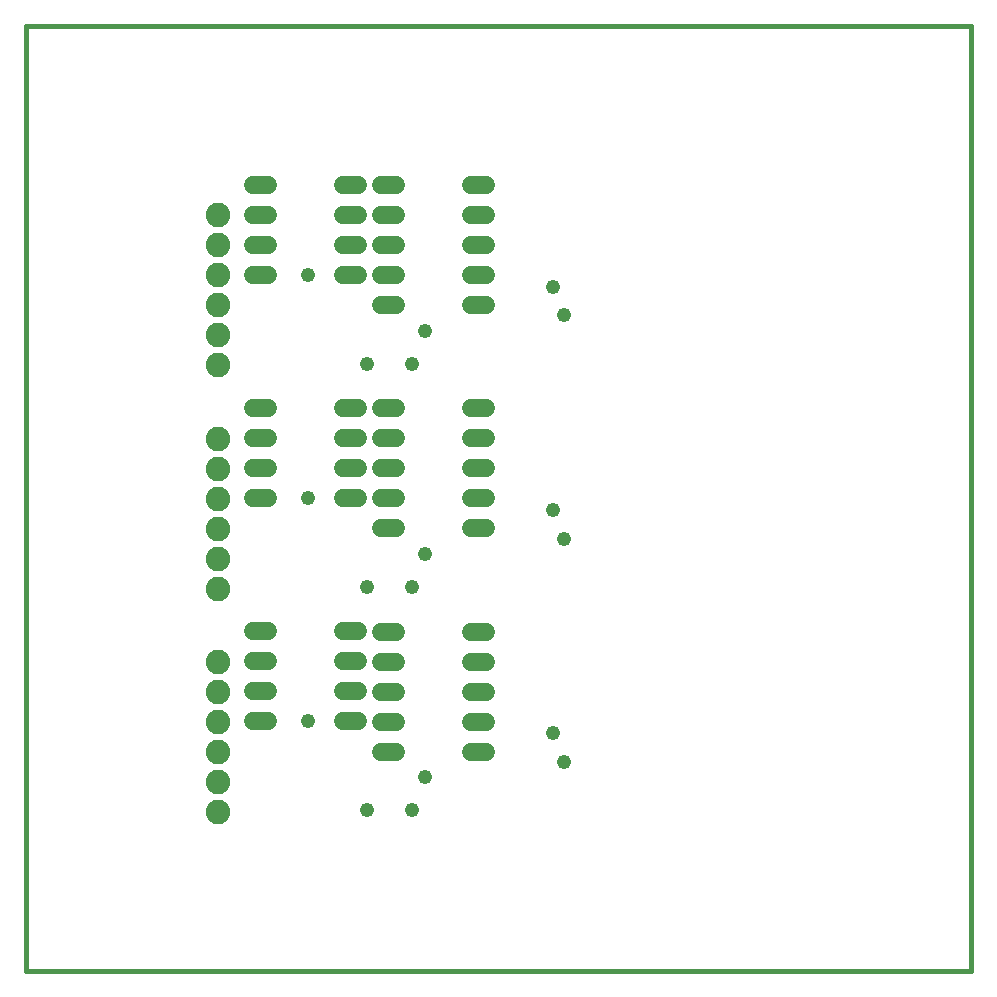
<source format=gbs>
G75*
%MOIN*%
%OFA0B0*%
%FSLAX25Y25*%
%IPPOS*%
%LPD*%
%AMOC8*
5,1,8,0,0,1.08239X$1,22.5*
%
%ADD10C,0.01600*%
%ADD11C,0.06000*%
%ADD12C,0.08200*%
%ADD13C,0.04762*%
D10*
X0023079Y0013236D02*
X0338039Y0013236D01*
X0338039Y0328197D01*
X0023079Y0328197D01*
X0023079Y0013236D01*
D11*
X0098589Y0096465D02*
X0103789Y0096465D01*
X0103789Y0106465D02*
X0098589Y0106465D01*
X0098589Y0116465D02*
X0103789Y0116465D01*
X0103789Y0126465D02*
X0098589Y0126465D01*
X0128589Y0126465D02*
X0133789Y0126465D01*
X0141227Y0126346D02*
X0146427Y0126346D01*
X0146427Y0116346D02*
X0141227Y0116346D01*
X0133789Y0116465D02*
X0128589Y0116465D01*
X0128589Y0106465D02*
X0133789Y0106465D01*
X0141227Y0106346D02*
X0146427Y0106346D01*
X0146427Y0096346D02*
X0141227Y0096346D01*
X0133789Y0096465D02*
X0128589Y0096465D01*
X0141227Y0086346D02*
X0146427Y0086346D01*
X0171227Y0086346D02*
X0176427Y0086346D01*
X0176427Y0096346D02*
X0171227Y0096346D01*
X0171227Y0106346D02*
X0176427Y0106346D01*
X0176427Y0116346D02*
X0171227Y0116346D01*
X0171227Y0126346D02*
X0176427Y0126346D01*
X0176427Y0160756D02*
X0171227Y0160756D01*
X0171227Y0170756D02*
X0176427Y0170756D01*
X0176427Y0180756D02*
X0171227Y0180756D01*
X0171227Y0190756D02*
X0176427Y0190756D01*
X0176427Y0200756D02*
X0171227Y0200756D01*
X0146427Y0200756D02*
X0141227Y0200756D01*
X0133789Y0200874D02*
X0128589Y0200874D01*
X0128589Y0190874D02*
X0133789Y0190874D01*
X0141227Y0190756D02*
X0146427Y0190756D01*
X0146427Y0180756D02*
X0141227Y0180756D01*
X0133789Y0180874D02*
X0128589Y0180874D01*
X0128589Y0170874D02*
X0133789Y0170874D01*
X0141227Y0170756D02*
X0146427Y0170756D01*
X0146427Y0160756D02*
X0141227Y0160756D01*
X0103789Y0170874D02*
X0098589Y0170874D01*
X0098589Y0180874D02*
X0103789Y0180874D01*
X0103789Y0190874D02*
X0098589Y0190874D01*
X0098589Y0200874D02*
X0103789Y0200874D01*
X0141227Y0235165D02*
X0146427Y0235165D01*
X0146427Y0245165D02*
X0141227Y0245165D01*
X0133789Y0245283D02*
X0128589Y0245283D01*
X0128589Y0255283D02*
X0133789Y0255283D01*
X0141227Y0255165D02*
X0146427Y0255165D01*
X0146427Y0265165D02*
X0141227Y0265165D01*
X0133789Y0265283D02*
X0128589Y0265283D01*
X0128589Y0275283D02*
X0133789Y0275283D01*
X0141227Y0275165D02*
X0146427Y0275165D01*
X0171227Y0275165D02*
X0176427Y0275165D01*
X0176427Y0265165D02*
X0171227Y0265165D01*
X0171227Y0255165D02*
X0176427Y0255165D01*
X0176427Y0245165D02*
X0171227Y0245165D01*
X0171227Y0235165D02*
X0176427Y0235165D01*
X0103789Y0245283D02*
X0098589Y0245283D01*
X0098589Y0255283D02*
X0103789Y0255283D01*
X0103789Y0265283D02*
X0098589Y0265283D01*
X0098589Y0275283D02*
X0103789Y0275283D01*
D12*
X0087094Y0265087D03*
X0087094Y0255087D03*
X0087094Y0245087D03*
X0087094Y0235087D03*
X0087094Y0225087D03*
X0087094Y0215087D03*
X0087094Y0190677D03*
X0087094Y0180677D03*
X0087094Y0170677D03*
X0087094Y0160677D03*
X0087094Y0150677D03*
X0087094Y0140677D03*
X0087094Y0116268D03*
X0087094Y0106268D03*
X0087094Y0096268D03*
X0087094Y0086268D03*
X0087094Y0076268D03*
X0087094Y0066268D03*
D13*
X0117016Y0096465D03*
X0136858Y0066780D03*
X0151819Y0066780D03*
X0156150Y0077803D03*
X0198669Y0092370D03*
X0202213Y0082921D03*
X0151819Y0141189D03*
X0156150Y0152213D03*
X0136858Y0141189D03*
X0117016Y0170874D03*
X0136858Y0215598D03*
X0151819Y0215598D03*
X0156150Y0226622D03*
X0117016Y0245283D03*
X0198669Y0241189D03*
X0202213Y0231740D03*
X0198669Y0166780D03*
X0202213Y0157331D03*
M02*

</source>
